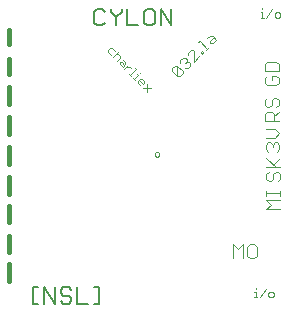
<source format=gto>
G75*
G70*
%OFA0B0*%
%FSLAX24Y24*%
%IPPOS*%
%LPD*%
%AMOC8*
5,1,8,0,0,1.08239X$1,22.5*
%
%ADD10C,0.0060*%
%ADD11C,0.0020*%
%ADD12C,0.0040*%
%ADD13C,0.0160*%
D10*
X003023Y001308D02*
X003023Y001848D01*
X003203Y001848D01*
X003391Y001848D02*
X003752Y001308D01*
X003752Y001848D01*
X003944Y001758D02*
X003944Y001668D01*
X004034Y001578D01*
X004214Y001578D01*
X004304Y001488D01*
X004304Y001398D01*
X004214Y001308D01*
X004034Y001308D01*
X003944Y001398D01*
X003944Y001758D02*
X004034Y001848D01*
X004214Y001848D01*
X004304Y001758D01*
X004496Y001848D02*
X004496Y001308D01*
X004857Y001308D01*
X005049Y001308D02*
X005229Y001308D01*
X005229Y001848D01*
X005049Y001848D01*
X003391Y001848D02*
X003391Y001308D01*
X003203Y001308D02*
X003023Y001308D01*
X005156Y010583D02*
X005336Y010583D01*
X005426Y010673D01*
X005156Y010583D02*
X005066Y010673D01*
X005066Y011033D01*
X005156Y011123D01*
X005336Y011123D01*
X005426Y011033D01*
X005619Y011033D02*
X005799Y010853D01*
X005799Y010583D01*
X005799Y010853D02*
X005979Y011033D01*
X005979Y011123D01*
X006171Y011123D02*
X006171Y010583D01*
X006531Y010583D01*
X006724Y010673D02*
X006814Y010583D01*
X006994Y010583D01*
X007084Y010673D01*
X007084Y011033D01*
X006994Y011123D01*
X006814Y011123D01*
X006724Y011033D01*
X006724Y010673D01*
X007276Y010583D02*
X007276Y011123D01*
X007636Y010583D01*
X007636Y011123D01*
X005619Y011123D02*
X005619Y011033D01*
D11*
X005649Y009816D02*
X005583Y009816D01*
X005517Y009750D01*
X005517Y009684D01*
X005616Y009585D01*
X005680Y009521D02*
X005878Y009720D01*
X005845Y009620D02*
X005779Y009620D01*
X005845Y009620D02*
X005911Y009554D01*
X005911Y009488D01*
X005812Y009389D01*
X005908Y009359D02*
X005974Y009359D01*
X006073Y009260D01*
X006106Y009293D02*
X006007Y009194D01*
X005908Y009293D01*
X005908Y009359D01*
X006040Y009425D02*
X006106Y009359D01*
X006106Y009293D01*
X006136Y009197D02*
X006268Y009197D01*
X006301Y009164D01*
X006431Y009166D02*
X006464Y009133D01*
X006266Y008935D01*
X006233Y008968D02*
X006299Y008902D01*
X006363Y008838D02*
X006429Y008772D01*
X006396Y008805D02*
X006528Y008937D01*
X006495Y008970D01*
X006594Y009003D02*
X006627Y009036D01*
X006658Y008807D02*
X006725Y008740D01*
X006725Y008674D01*
X006691Y008641D01*
X006559Y008774D01*
X006592Y008807D02*
X006658Y008807D01*
X006592Y008807D02*
X006526Y008740D01*
X006526Y008674D01*
X006592Y008608D01*
X006689Y008512D02*
X006953Y008512D01*
X006821Y008644D02*
X006821Y008380D01*
X006070Y009131D02*
X006202Y009263D01*
X005749Y009717D02*
X005649Y009816D01*
X007123Y006357D02*
X007086Y006320D01*
X007086Y006247D01*
X007123Y006210D01*
X007196Y006210D01*
X007233Y006247D01*
X007233Y006320D01*
X007196Y006357D01*
X007123Y006357D01*
X010617Y010839D02*
X010711Y010839D01*
X010664Y010839D02*
X010664Y011026D01*
X010617Y011026D01*
X010664Y011119D02*
X010664Y011166D01*
X010988Y011119D02*
X010801Y010839D01*
X011078Y010886D02*
X011124Y010839D01*
X011218Y010839D01*
X011264Y010886D01*
X011264Y010979D01*
X011218Y011026D01*
X011124Y011026D01*
X011078Y010979D01*
X011078Y010886D01*
X010452Y001841D02*
X010452Y001794D01*
X010452Y001701D02*
X010452Y001514D01*
X010406Y001514D02*
X010499Y001514D01*
X010590Y001514D02*
X010777Y001794D01*
X010913Y001701D02*
X010866Y001654D01*
X010866Y001561D01*
X010913Y001514D01*
X011006Y001514D01*
X011053Y001561D01*
X011053Y001654D01*
X011006Y001701D01*
X010913Y001701D01*
X010452Y001701D02*
X010406Y001701D01*
D12*
X010397Y002824D02*
X010244Y002824D01*
X010167Y002901D01*
X010167Y003208D01*
X010244Y003284D01*
X010397Y003284D01*
X010474Y003208D01*
X010474Y002901D01*
X010397Y002824D01*
X010013Y002824D02*
X010013Y003284D01*
X009860Y003131D01*
X009706Y003284D01*
X009706Y002824D01*
X010802Y004449D02*
X010955Y004602D01*
X010802Y004756D01*
X011262Y004756D01*
X011262Y004909D02*
X011262Y005063D01*
X011262Y004986D02*
X010802Y004986D01*
X010802Y004909D02*
X010802Y005063D01*
X010879Y005399D02*
X010955Y005399D01*
X011032Y005476D01*
X011032Y005629D01*
X011109Y005706D01*
X011186Y005706D01*
X011262Y005629D01*
X011262Y005476D01*
X011186Y005399D01*
X010879Y005399D02*
X010802Y005476D01*
X010802Y005629D01*
X010879Y005706D01*
X010802Y005859D02*
X011262Y005859D01*
X011109Y005859D02*
X010802Y006166D01*
X010854Y006374D02*
X010777Y006451D01*
X010777Y006604D01*
X010854Y006681D01*
X010930Y006681D01*
X011007Y006604D01*
X011084Y006681D01*
X011161Y006681D01*
X011237Y006604D01*
X011237Y006451D01*
X011161Y006374D01*
X011007Y006527D02*
X011007Y006604D01*
X011084Y006834D02*
X011237Y006988D01*
X011084Y007141D01*
X010777Y007141D01*
X010752Y007399D02*
X010752Y007629D01*
X010829Y007706D01*
X010982Y007706D01*
X011059Y007629D01*
X011059Y007399D01*
X011212Y007399D02*
X010752Y007399D01*
X011059Y007552D02*
X011212Y007706D01*
X011136Y007859D02*
X011212Y007936D01*
X011212Y008090D01*
X011136Y008166D01*
X011059Y008166D01*
X010982Y008090D01*
X010982Y007936D01*
X010905Y007859D01*
X010829Y007859D01*
X010752Y007936D01*
X010752Y008090D01*
X010829Y008166D01*
X010829Y008599D02*
X011136Y008599D01*
X011212Y008676D01*
X011212Y008829D01*
X011136Y008906D01*
X010982Y008906D01*
X010982Y008752D01*
X010829Y008599D02*
X010752Y008676D01*
X010752Y008829D01*
X010829Y008906D01*
X010752Y009059D02*
X010752Y009290D01*
X010829Y009366D01*
X011136Y009366D01*
X011212Y009290D01*
X011212Y009059D01*
X010752Y009059D01*
X009137Y010112D02*
X009010Y009985D01*
X008925Y009985D01*
X008925Y010070D01*
X009052Y010197D01*
X009010Y010239D02*
X008925Y010239D01*
X008840Y010155D01*
X009010Y010239D02*
X009137Y010112D01*
X008878Y009854D02*
X008794Y009769D01*
X008836Y009811D02*
X008581Y010066D01*
X008539Y010023D01*
X008361Y009760D02*
X008276Y009760D01*
X008191Y009675D01*
X008191Y009590D01*
X008100Y009500D02*
X008143Y009457D01*
X008143Y009372D01*
X008228Y009372D01*
X008270Y009330D01*
X008270Y009245D01*
X008185Y009160D01*
X008100Y009160D01*
X008010Y009070D02*
X008010Y008985D01*
X007925Y008900D01*
X007840Y008900D01*
X007840Y009239D01*
X008010Y009070D01*
X007840Y008900D02*
X007670Y009070D01*
X007670Y009155D01*
X007755Y009239D01*
X007840Y009239D01*
X007930Y009330D02*
X007930Y009415D01*
X008015Y009500D01*
X008100Y009500D01*
X008143Y009372D02*
X008100Y009330D01*
X008403Y009378D02*
X008403Y009718D01*
X008361Y009760D01*
X008621Y009681D02*
X008663Y009723D01*
X008706Y009681D01*
X008663Y009639D01*
X008621Y009681D01*
X008573Y009548D02*
X008403Y009378D01*
X010777Y006834D02*
X011084Y006834D01*
X011262Y006166D02*
X011032Y005936D01*
X011262Y004449D02*
X010802Y004449D01*
D13*
X002232Y002629D02*
X002232Y002079D01*
X002232Y003029D02*
X002232Y003579D01*
X002232Y004029D02*
X002232Y004579D01*
X002232Y004979D02*
X002232Y005529D01*
X002232Y005979D02*
X002232Y006529D01*
X002232Y006979D02*
X002232Y007529D01*
X002232Y007979D02*
X002232Y008529D01*
X002232Y008979D02*
X002232Y009479D01*
X002232Y009979D02*
X002232Y010429D01*
M02*

</source>
